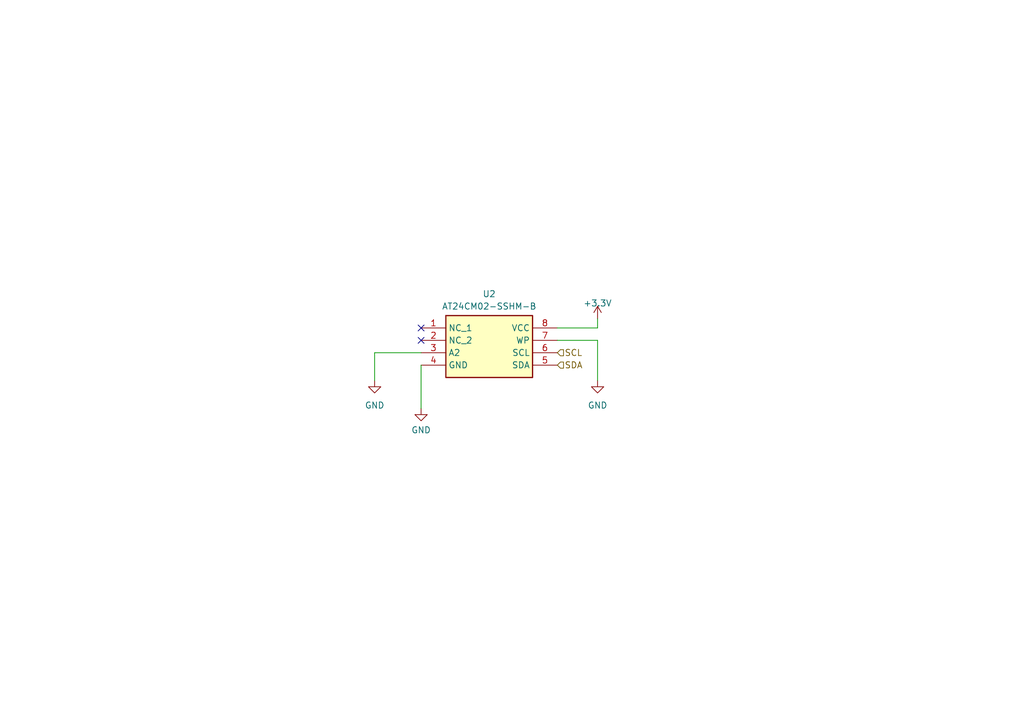
<source format=kicad_sch>
(kicad_sch (version 20230121) (generator eeschema)
  (paper "A5")
  (lib_symbols
    (symbol "AT24CM02-SSHM-B:AT24CM02-SSHM-B"
      (property "Reference" "U" (at 24.13 7.62 0))
      (property "Value" "AT24CM02-SSHM-B" (at 24.13 5.08 0))
      (symbol "AT24CM02-SSHM-B_1_1"
        (rectangle (start 5.08 2.54) (end 22.86 -10.16) (stroke (width 0.254)) (fill (type background)))
        (pin passive line (at 0 0 0) (length 5.08) (name "NC_1") (number "1"))
        (pin passive line (at 0 -2.54 0) (length 5.08) (name "NC_2") (number "2"))
        (pin passive line (at 0 -5.08 0) (length 5.08) (name "A2") (number "3"))
        (pin passive line (at 0 -7.62 0) (length 5.08) (name "GND") (number "4"))
        (pin passive line (at 27.94 -7.62 180) (length 5.08) (name "SDA") (number "5"))
        (pin passive line (at 27.94 -5.08 180) (length 5.08) (name "SCL") (number "6"))
        (pin passive line (at 27.94 -2.54 180) (length 5.08) (name "WP") (number "7"))
        (pin passive line (at 27.94 0 180) (length 5.08) (name "VCC") (number "8"))
      )
    )
    (symbol "power:+3.3V" (power) (pin_names (offset 0))
      (property "Value" "+3.3V" (at 0 3.556 0))
      (symbol "+3.3V_0_1"
        (polyline (pts (xy -0.762 1.27) (xy 0 2.54)))
        (polyline (pts (xy 0 0) (xy 0 2.54)))
        (polyline (pts (xy 0 2.54) (xy 0.762 1.27)))
      )
      (symbol "+3.3V_1_1"
        (pin power_in line (at 0 0 90) (length 0) hide (name "+3.3V") (number "1"))
      )
    )
    (symbol "power:GND" (power) (pin_names (offset 0))
      (property "Value" "GND" (at 0 -3.81 0))
      (symbol "GND_0_1"
        (polyline (pts (xy 0 0) (xy 0 -1.27) (xy 1.27 -1.27) (xy 0 -2.54) (xy -1.27 -1.27) (xy 0 -1.27)))
      )
      (symbol "GND_1_1"
        (pin power_in line (at 0 0 270) (length 0) hide (name "GND") (number "1"))
      )
    )
  )
  (no_connect (at 86.36 69.85))
  (no_connect (at 86.36 67.31))
  (wire (pts (xy 114.3 69.85) (xy 122.555 69.85)))
  (wire (pts (xy 122.555 69.85) (xy 122.555 78.105)))
  (wire (pts (xy 86.36 72.39) (xy 76.835 72.39)))
  (wire (pts (xy 122.555 67.31) (xy 114.3 67.31)))
  (wire (pts (xy 122.555 65.405) (xy 122.555 67.31)))
  (wire (pts (xy 86.36 74.93) (xy 86.36 83.82)))
  (wire (pts (xy 76.835 72.39) (xy 76.835 78.105)))
  (hierarchical_label "SCL" (shape input) (at 114.3 72.39 0))
  (hierarchical_label "SDA" (shape input) (at 114.3 74.93 0))
  (symbol (lib_id "power:GND") (at 122.555 78.105 0) (unit 1)
    (property "Reference" "#PWR0133" (effects hide))
    (property "Value" "GND" (at 122.555 83.185 0))
  )
  (symbol (lib_id "power:+3.3V") (at 122.555 65.405 0) (unit 1)
    (property "Reference" "#PWR0134" (effects hide))
    (property "Value" "+3.3V" (at 122.555 62.23 0))
  )
  (symbol (lib_id "AT24CM02-SSHM-B:AT24CM02-SSHM-B") (at 86.36 67.31 0) (unit 1)
    (property "Reference" "U2" (at 100.33 60.325 0))
    (property "Value" "AT24CM02-SSHM-B" (at 100.33 62.865 0))
    (property "Footprint" "AT24CM02-SSHM-B:SOIC127P600X175-8N" (effects hide))
    (property "Datasheet" "https://www.mouser.co.id/datasheet/2/268/Atmel-8828-SEEPROM-AT24CM02-Datasheet-1398087.pdf" (effects hide))
    (property "Height" "1.75" (effects hide))
    (property "Mouser Part Number" "579-AT24CM02-SSHM-B" (effects hide))
    (property "Mouser Price/Stock" "https://www.mouser.co.uk/ProductDetail/Microchip-Technology-Atmel/AT24CM02-SSHM-B?qs=PUo64BuKcKhyyKfULTKDLw%3D%3D" (effects hide))
    (property "Manufacturer_Name" "Microchip" (effects hide))
    (property "Manufacturer_Part_Number" "AT24CM02-SSHM-B" (effects hide))
  )
  (symbol (lib_id "power:GND") (at 86.36 83.82 0) (unit 1)
    (property "Reference" "#PWR0135" (effects hide))
    (property "Value" "GND" (at 86.36 88.265 0))
  )
  (symbol (lib_id "power:GND") (at 76.835 78.105 0) (unit 1)
    (property "Reference" "#PWR0132" (effects hide))
    (property "Value" "GND" (at 76.835 83.185 0))
  )
)
</source>
